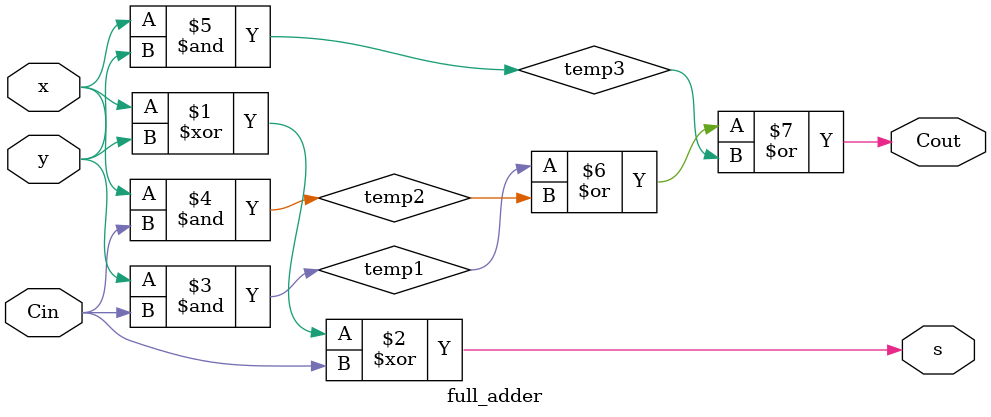
<source format=v>
`timescale 1ns / 1ps


module full_adder(
    input Cin,
    input x,
    input y,
    output s,
    output Cout
    );
    wire temp1, temp2, temp3;
    xor(s, x, y, Cin);
    and(temp1, y, Cin);
    and(temp2, x, Cin);
    and(temp3, x, y);
    or(Cout, temp1, temp2, temp3);
endmodule

</source>
